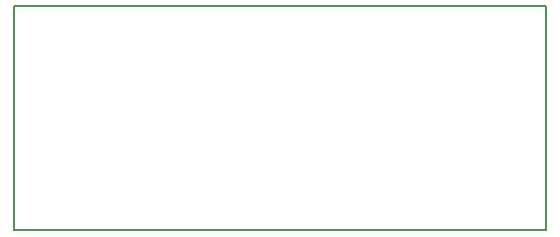
<source format=gbr>
G04 #@! TF.FileFunction,Profile,NP*
%FSLAX46Y46*%
G04 Gerber Fmt 4.6, Leading zero omitted, Abs format (unit mm)*
G04 Created by KiCad (PCBNEW 4.0.2+dfsg1-stable) date jeu. 11 mai 2017 22:37:16 CEST*
%MOMM*%
G01*
G04 APERTURE LIST*
%ADD10C,0.100000*%
%ADD11C,0.150000*%
G04 APERTURE END LIST*
D10*
D11*
X125000000Y-94000000D02*
X125000000Y-75000000D01*
X170000000Y-94000000D02*
X125000000Y-94000000D01*
X170000000Y-75000000D02*
X170000000Y-94000000D01*
X125000000Y-75000000D02*
X170000000Y-75000000D01*
M02*

</source>
